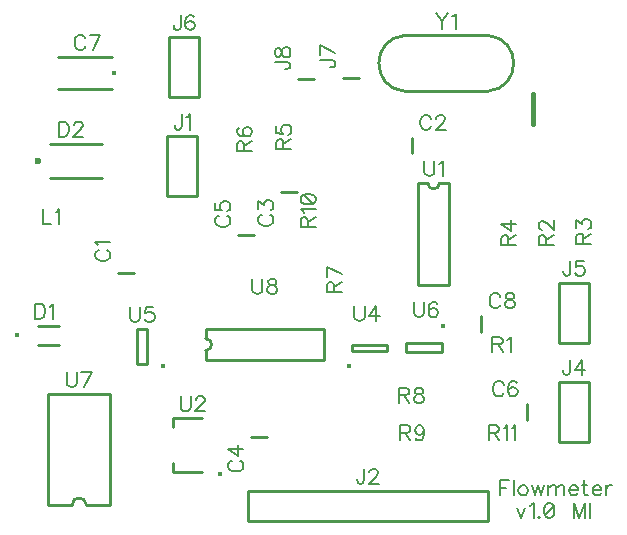
<source format=gbr>
G04 DipTrace 3.2.0.1*
G04 TopSilk.gbr*
%MOIN*%
G04 #@! TF.FileFunction,Legend,Top*
G04 #@! TF.Part,Single*
%ADD10C,0.009843*%
%ADD17C,0.015743*%
%ADD19C,0.015746*%
%ADD21C,0.023631*%
%ADD28C,0.01542*%
%ADD30C,0.015404*%
%ADD32C,0.015395*%
%ADD34C,0.015401*%
%ADD76C,0.00772*%
%ADD77C,0.015439*%
%FSLAX26Y26*%
G04*
G70*
G90*
G75*
G01*
G04 TopSilk*
%LPD*%
X856726Y1307115D2*
D10*
X805584D1*
X1783441Y1704114D2*
Y1755256D1*
X1349277Y1577315D2*
X1400419D1*
X1249287Y758651D2*
X1300429D1*
X1256684Y1432102D2*
X1205542D1*
X2166129Y867849D2*
Y816707D1*
D17*
X792102Y1973409D3*
X783681Y2026283D2*
D10*
X603675D1*
X783681Y1920535D2*
X603675D1*
X2014667Y1110427D2*
Y1161568D1*
X537677Y1130000D2*
X608556D1*
X537677Y1067005D2*
X608556D1*
D19*
X468787Y1098503D3*
X577589Y1736779D2*
D10*
X750804D1*
X577589Y1622604D2*
X750804D1*
D21*
X538220Y1679686D3*
X1068635Y1760948D2*
D10*
X968635D1*
X1068635Y1560948D2*
Y1760948D1*
Y1560948D2*
X968635D1*
Y1760948D1*
X1237357Y579811D2*
X2037357D1*
X1237357Y479811D2*
Y579811D1*
Y479811D2*
X2037357D1*
Y579811D1*
X2374748Y942283D2*
X2274748D1*
X2374748Y742283D2*
Y942283D1*
Y742283D2*
X2274748D1*
Y942283D1*
Y1073488D2*
X2374748D1*
X2274748Y1273488D2*
Y1073488D1*
Y1273488D2*
X2374748D1*
Y1073488D1*
X1074885Y2092163D2*
X974885D1*
X1074885Y1892163D2*
Y2092163D1*
Y1892163D2*
X974885D1*
Y2092163D1*
X1606647Y1957047D2*
X1555505D1*
X1456663Y1950798D2*
X1405521D1*
X1805062Y1605370D2*
Y1266777D1*
X1907439Y1605370D2*
Y1266777D1*
X1805062D2*
X1907439D1*
X1805062Y1605370D2*
X1836556D1*
X1875945D2*
X1907439D1*
X1836556D2*
G03X1875945Y1605370I19694J-12D01*
G01*
X1085491Y644018D2*
X987085D1*
Y673558D1*
Y791643D2*
Y821184D1*
X1085491D1*
D28*
X1144121Y634921D3*
D30*
X1575225Y996302D3*
X1584425Y1046443D2*
D10*
X1702530D1*
Y1066129D1*
X1584425D1*
Y1046443D1*
D32*
X954019Y996595D3*
X899954Y1001858D2*
D10*
Y1119966D1*
X868463Y1001858D2*
Y1119966D1*
X899954D2*
X868463D1*
X899954Y1001858D2*
X868463D1*
D34*
X1889210Y1127625D3*
X1883948Y1073560D2*
D10*
X1765840D1*
X1883948Y1042069D2*
X1765840D1*
Y1073560D2*
Y1042069D1*
X1883948Y1073560D2*
Y1042069D1*
X777272Y902341D2*
X572539D1*
X777272Y532262D2*
Y902341D1*
X572539Y532262D2*
Y902341D1*
X777272Y532262D2*
X698531D1*
X572539D2*
X651280D1*
X698531D2*
G03X651280Y532262I-23626J-15D01*
G01*
X1096866Y1016185D2*
X1490535D1*
X1096866Y1118561D2*
X1490535D1*
Y1016185D2*
Y1118561D1*
X1096866Y1016185D2*
Y1047678D1*
Y1087067D2*
Y1118561D1*
Y1047678D2*
G03X1096866Y1087067I-11J19694D01*
G01*
X2038197Y2097530D2*
X1758869D1*
X2038197Y1911782D2*
X1758869D1*
X2038197D2*
G03X2038197Y2097530I-8216J92874D01*
G01*
X1758869D2*
G03X1758869Y1911782I8216J-92874D01*
G01*
X740342Y1382211D2*
D76*
X735589Y1379834D1*
X730781Y1375026D1*
X728404Y1370273D1*
Y1360711D1*
X730781Y1355903D1*
X735589Y1351149D1*
X740342Y1348718D1*
X747527Y1346341D1*
X759521D1*
X766651Y1348718D1*
X771459Y1351149D1*
X776212Y1355903D1*
X778644Y1360711D1*
Y1370273D1*
X776212Y1375026D1*
X771459Y1379834D1*
X766651Y1382211D1*
X738021Y1397650D2*
X735589Y1402458D1*
X728460Y1409644D1*
X778644Y1409643D1*
X1847786Y1820497D2*
X1845410Y1825251D1*
X1840601Y1830059D1*
X1835848Y1832436D1*
X1826286D1*
X1821478Y1830059D1*
X1816725Y1825251D1*
X1814293Y1820497D1*
X1811916Y1813312D1*
Y1801319D1*
X1814293Y1794189D1*
X1816725Y1789381D1*
X1821478Y1784628D1*
X1826286Y1782196D1*
X1835848D1*
X1840601Y1784628D1*
X1845410Y1789381D1*
X1847786Y1794189D1*
X1865657Y1820442D2*
Y1822819D1*
X1868034Y1827627D1*
X1870411Y1830004D1*
X1875219Y1832380D1*
X1884781D1*
X1889534Y1830004D1*
X1891910Y1827627D1*
X1894342Y1822819D1*
Y1818066D1*
X1891910Y1813257D1*
X1887157Y1806127D1*
X1863226Y1782196D1*
X1896719D1*
X1284035Y1499907D2*
X1279282Y1497531D1*
X1274474Y1492722D1*
X1272097Y1487969D1*
Y1478407D1*
X1274474Y1473599D1*
X1279282Y1468846D1*
X1284035Y1466414D1*
X1291220Y1464037D1*
X1303214D1*
X1310344Y1466414D1*
X1315152Y1468846D1*
X1319905Y1473599D1*
X1322337Y1478407D1*
Y1487969D1*
X1319905Y1492722D1*
X1315152Y1497530D1*
X1310344Y1499907D1*
X1272152Y1520155D2*
Y1546408D1*
X1291276Y1532093D1*
Y1539278D1*
X1293652Y1544031D1*
X1296029Y1546408D1*
X1303214Y1548840D1*
X1307967D1*
X1315152Y1546408D1*
X1319961Y1541655D1*
X1322337Y1534470D1*
Y1527284D1*
X1319961Y1520155D1*
X1317529Y1517778D1*
X1312776Y1515346D1*
X1184046Y680055D2*
X1179293Y677678D1*
X1174484Y672870D1*
X1172108Y668117D1*
Y658555D1*
X1174484Y653746D1*
X1179293Y648993D1*
X1184046Y646561D1*
X1191231Y644185D1*
X1203224D1*
X1210354Y646561D1*
X1215163Y648993D1*
X1219916Y653746D1*
X1222348Y658555D1*
Y668116D1*
X1219916Y672870D1*
X1215163Y677678D1*
X1210354Y680055D1*
X1222348Y719426D2*
X1172163D1*
X1205601Y695494D1*
Y731364D1*
X1140301Y1496448D2*
X1135547Y1494071D1*
X1130739Y1489263D1*
X1128362Y1484510D1*
Y1474948D1*
X1130739Y1470140D1*
X1135547Y1465386D1*
X1140300Y1462954D1*
X1147485Y1460578D1*
X1159479D1*
X1166609Y1462954D1*
X1171417Y1465386D1*
X1176170Y1470139D1*
X1178602Y1474948D1*
Y1484510D1*
X1176170Y1489263D1*
X1171417Y1494071D1*
X1166609Y1496448D1*
X1128418Y1540572D2*
Y1516695D1*
X1149917Y1514319D1*
X1147541Y1516695D1*
X1145109Y1523880D1*
Y1531010D1*
X1147541Y1538195D1*
X1152294Y1543004D1*
X1159479Y1545380D1*
X1164232D1*
X1171417Y1543004D1*
X1176226Y1538195D1*
X1178602Y1531010D1*
Y1523880D1*
X1176226Y1516695D1*
X1173794Y1514319D1*
X1169041Y1511887D1*
X2089937Y933091D2*
X2087560Y937844D1*
X2082752Y942652D1*
X2077998Y945029D1*
X2068437D1*
X2063628Y942652D1*
X2058875Y937844D1*
X2056443Y933091D1*
X2054067Y925906D1*
Y913912D1*
X2056443Y906782D1*
X2058875Y901974D1*
X2063628Y897221D1*
X2068437Y894789D1*
X2077998D1*
X2082752Y897221D1*
X2087560Y901974D1*
X2089937Y906782D1*
X2134061Y937844D2*
X2131684Y942597D1*
X2124499Y944974D1*
X2119746D1*
X2112561Y942597D1*
X2107752Y935412D1*
X2105376Y923474D1*
Y911536D1*
X2107752Y901974D1*
X2112561Y897165D1*
X2119746Y894789D1*
X2122122D1*
X2129252Y897165D1*
X2134061Y901974D1*
X2136437Y909159D1*
Y911536D1*
X2134061Y918721D1*
X2129252Y923474D1*
X2122122Y925850D1*
X2119746D1*
X2112561Y923474D1*
X2107752Y918721D1*
X2105376Y911536D1*
X695293Y2087568D2*
X692916Y2092322D1*
X688108Y2097130D1*
X683355Y2099507D1*
X673793D1*
X668985Y2097130D1*
X664231Y2092322D1*
X661799Y2087568D1*
X659423Y2080383D1*
Y2068390D1*
X661799Y2061260D1*
X664231Y2056452D1*
X668985Y2051698D1*
X673793Y2049267D1*
X683355D1*
X688108Y2051698D1*
X692916Y2056452D1*
X695293Y2061260D1*
X720294Y2049267D2*
X744225Y2099451D1*
X710732D1*
X2079040Y1226810D2*
X2076663Y1231563D1*
X2071855Y1236371D1*
X2067101Y1238748D1*
X2057540D1*
X2052731Y1236371D1*
X2047978Y1231563D1*
X2045546Y1226810D1*
X2043170Y1219625D1*
Y1207631D1*
X2045546Y1200501D1*
X2047978Y1195693D1*
X2052731Y1190940D1*
X2057540Y1188508D1*
X2067101D1*
X2071855Y1190940D1*
X2076663Y1195693D1*
X2079040Y1200501D1*
X2106417Y1238693D2*
X2099287Y1236316D1*
X2096855Y1231563D1*
Y1226755D1*
X2099287Y1222001D1*
X2104040Y1219569D1*
X2113602Y1217193D1*
X2120787Y1214816D1*
X2125540Y1210008D1*
X2127917Y1205255D1*
Y1198070D1*
X2125540Y1193316D1*
X2123164Y1190885D1*
X2115979Y1188508D1*
X2106417D1*
X2099287Y1190885D1*
X2096855Y1193316D1*
X2094479Y1198070D1*
Y1205255D1*
X2096855Y1210008D1*
X2101664Y1214816D1*
X2108794Y1217193D1*
X2118355Y1219569D1*
X2123164Y1222001D1*
X2125540Y1226755D1*
Y1231563D1*
X2123164Y1236316D1*
X2115979Y1238693D1*
X2106417D1*
X527891Y1203223D2*
Y1152983D1*
X544638D1*
X551823Y1155415D1*
X556631Y1160168D1*
X559008Y1164977D1*
X561385Y1172106D1*
Y1184100D1*
X559008Y1191285D1*
X556631Y1196038D1*
X551823Y1200846D1*
X544638Y1203223D1*
X527891D1*
X576824Y1193606D2*
X581632Y1196038D1*
X588817Y1203168D1*
Y1152983D1*
X606253Y1810002D2*
Y1759762D1*
X623000D1*
X630185Y1762194D1*
X634993Y1766947D1*
X637370Y1771755D1*
X639746Y1778885D1*
Y1790879D1*
X637370Y1798064D1*
X634993Y1802817D1*
X630185Y1807625D1*
X623000Y1810002D1*
X606253D1*
X657617Y1798008D2*
Y1800385D1*
X659994Y1805193D1*
X662371Y1807570D1*
X667179Y1809947D1*
X676741D1*
X681494Y1807570D1*
X683870Y1805193D1*
X686302Y1800385D1*
Y1795632D1*
X683870Y1790823D1*
X679117Y1783694D1*
X655186Y1759762D1*
X688679D1*
X1016885Y1834171D2*
Y1795924D1*
X1014508Y1788739D1*
X1012076Y1786362D1*
X1007323Y1783931D1*
X1002515D1*
X997761Y1786362D1*
X995385Y1788739D1*
X992953Y1795924D1*
Y1800677D1*
X1032324Y1824554D2*
X1037132Y1826986D1*
X1044317Y1834115D1*
Y1783931D1*
X1624857Y653034D2*
Y614788D1*
X1622480Y607603D1*
X1620048Y605226D1*
X1615295Y602794D1*
X1610486D1*
X1605733Y605226D1*
X1603357Y607603D1*
X1600925Y614788D1*
Y619541D1*
X1642728Y641041D2*
Y643417D1*
X1645104Y648226D1*
X1647481Y650602D1*
X1652289Y652979D1*
X1661851D1*
X1666604Y650602D1*
X1668981Y648226D1*
X1671413Y643417D1*
Y638664D1*
X1668981Y633856D1*
X1664227Y626726D1*
X1640296Y602794D1*
X1673789D1*
X2311059Y1015507D2*
Y977260D1*
X2308683Y970075D1*
X2306251Y967698D1*
X2301498Y965267D1*
X2296689D1*
X2291936Y967698D1*
X2289559Y970075D1*
X2287128Y977260D1*
Y982013D1*
X2350430Y965267D2*
Y1015451D1*
X2326499Y982013D1*
X2362368D1*
X2312248Y1346711D2*
Y1308465D1*
X2309871Y1301280D1*
X2307439Y1298903D1*
X2302686Y1296471D1*
X2297878D1*
X2293124Y1298903D1*
X2290748Y1301280D1*
X2288316Y1308465D1*
Y1313218D1*
X2356372Y1346656D2*
X2332495D1*
X2330119Y1325156D1*
X2332495Y1327533D1*
X2339680Y1329965D1*
X2346810D1*
X2353995Y1327533D1*
X2358804Y1322780D1*
X2361180Y1315595D1*
Y1310841D1*
X2358804Y1303656D1*
X2353995Y1298848D1*
X2346810Y1296471D1*
X2339680D1*
X2332495Y1298848D1*
X2330119Y1301280D1*
X2327687Y1306033D1*
X1013600Y2165386D2*
Y2127139D1*
X1011223Y2119954D1*
X1008792Y2117578D1*
X1004038Y2115146D1*
X999230D1*
X994477Y2117578D1*
X992100Y2119954D1*
X989668Y2127139D1*
Y2131892D1*
X1057724Y2158201D2*
X1055348Y2162954D1*
X1048163Y2165331D1*
X1043409D1*
X1036224Y2162954D1*
X1031416Y2155769D1*
X1029039Y2143831D1*
Y2131892D1*
X1031416Y2122331D1*
X1036224Y2117522D1*
X1043409Y2115146D1*
X1045786D1*
X1052916Y2117522D1*
X1057724Y2122331D1*
X1060101Y2129516D1*
Y2131892D1*
X1057724Y2139078D1*
X1052916Y2143831D1*
X1045786Y2146207D1*
X1043409D1*
X1036224Y2143831D1*
X1031416Y2139078D1*
X1029039Y2131892D1*
X1478326Y2015424D2*
X1516572D1*
X1523757Y2013047D1*
X1526134Y2010615D1*
X1528566Y2005862D1*
Y2001053D1*
X1526134Y1996300D1*
X1523757Y1993924D1*
X1516572Y1991492D1*
X1511819D1*
X1528566Y2040424D2*
X1478381Y2064356D1*
Y2030863D1*
X1328341Y2009202D2*
X1366588D1*
X1373773Y2006825D1*
X1376149Y2004393D1*
X1378581Y1999640D1*
Y1994832D1*
X1376149Y1990079D1*
X1373773Y1987702D1*
X1366588Y1985270D1*
X1361835D1*
X1328397Y2036579D2*
X1330773Y2029450D1*
X1335526Y2027018D1*
X1340335D1*
X1345088Y2029450D1*
X1347520Y2034203D1*
X1349896Y2043764D1*
X1352273Y2050949D1*
X1357081Y2055702D1*
X1361835Y2058079D1*
X1369020D1*
X1373773Y2055702D1*
X1376205Y2053326D1*
X1378581Y2046141D1*
Y2036579D1*
X1376205Y2029449D1*
X1373773Y2027018D1*
X1369020Y2024641D1*
X1361835D1*
X1357081Y2027018D1*
X1352273Y2031826D1*
X1349896Y2038956D1*
X1347520Y2048517D1*
X1345088Y2053326D1*
X1340335Y2055703D1*
X1335526D1*
X1330773Y2053326D1*
X1328397Y2046141D1*
Y2036579D1*
X553122Y1517656D2*
Y1467416D1*
X581807D1*
X597246Y1508039D2*
X602055Y1510471D1*
X609240Y1517601D1*
Y1467416D1*
X2052684Y1067394D2*
X2074184D1*
X2081369Y1069826D1*
X2083801Y1072202D1*
X2086177Y1076955D1*
Y1081764D1*
X2083801Y1086517D1*
X2081369Y1088949D1*
X2074184Y1091325D1*
X2052684D1*
Y1041085D1*
X2069431Y1067394D2*
X2086177Y1041085D1*
X2101617Y1081709D2*
X2106425Y1084140D1*
X2113610Y1091270D1*
Y1041085D1*
X2230774Y1398785D2*
Y1420284D1*
X2228342Y1427469D1*
X2225966Y1429901D1*
X2221213Y1432278D1*
X2216404D1*
X2211651Y1429901D1*
X2209219Y1427469D1*
X2206843Y1420284D1*
Y1398785D1*
X2257083D1*
X2230774Y1415531D2*
X2257083Y1432278D1*
X2218836Y1450149D2*
X2216460D1*
X2211651Y1452526D1*
X2209274Y1454902D1*
X2206898Y1459711D1*
Y1469272D1*
X2209274Y1474025D1*
X2211651Y1476402D1*
X2216460Y1478834D1*
X2221213D1*
X2226021Y1476402D1*
X2233151Y1471649D1*
X2257083Y1447717D1*
Y1481210D1*
X2355761Y1403220D2*
Y1424720D1*
X2353329Y1431905D1*
X2350953Y1434337D1*
X2346200Y1436714D1*
X2341391D1*
X2336638Y1434337D1*
X2334206Y1431905D1*
X2331829Y1424720D1*
Y1403220D1*
X2382069D1*
X2355761Y1419967D2*
X2382069Y1436713D1*
X2331885Y1456961D2*
Y1483214D1*
X2351008Y1468899D1*
Y1476084D1*
X2353385Y1480838D1*
X2355761Y1483214D1*
X2362946Y1485646D1*
X2367699D1*
X2374884Y1483214D1*
X2379693Y1478461D1*
X2382069Y1471276D1*
Y1464091D1*
X2379693Y1456961D1*
X2377261Y1454585D1*
X2372508Y1452153D1*
X2105787Y1397596D2*
Y1419096D1*
X2103356Y1426281D1*
X2100979Y1428713D1*
X2096226Y1431090D1*
X2091417D1*
X2086664Y1428713D1*
X2084232Y1426281D1*
X2081856Y1419096D1*
Y1397596D1*
X2132096D1*
X2105787Y1414343D2*
X2132096Y1431089D1*
Y1470460D2*
X2081911D1*
X2115349Y1446529D1*
Y1482399D1*
X1355866Y1717501D2*
Y1739001D1*
X1353434Y1746186D1*
X1351058Y1748618D1*
X1346305Y1750994D1*
X1341496D1*
X1336743Y1748618D1*
X1334311Y1746186D1*
X1331934Y1739001D1*
Y1717501D1*
X1382174D1*
X1355866Y1734248D2*
X1382174Y1750994D1*
X1331990Y1795118D2*
Y1771242D1*
X1353490Y1768865D1*
X1351113Y1771242D1*
X1348681Y1778427D1*
Y1785557D1*
X1351113Y1792742D1*
X1355866Y1797550D1*
X1363051Y1799927D1*
X1367804D1*
X1374989Y1797550D1*
X1379798Y1792742D1*
X1382174Y1785557D1*
Y1778427D1*
X1379798Y1771242D1*
X1377366Y1768865D1*
X1372613Y1766434D1*
X1224630Y1712468D2*
Y1733967D1*
X1222198Y1741153D1*
X1219822Y1743584D1*
X1215068Y1745961D1*
X1210260D1*
X1205507Y1743584D1*
X1203075Y1741153D1*
X1200698Y1733968D1*
Y1712468D1*
X1250938D1*
X1224630Y1729214D2*
X1250938Y1745961D1*
X1207883Y1790085D2*
X1203130Y1787708D1*
X1200754Y1780523D1*
Y1775770D1*
X1203130Y1768585D1*
X1210315Y1763777D1*
X1222253Y1761400D1*
X1234192D1*
X1243753Y1763777D1*
X1248562Y1768585D1*
X1250938Y1775770D1*
Y1778147D1*
X1248562Y1785277D1*
X1243753Y1790085D1*
X1236568Y1792462D1*
X1234192D1*
X1227007Y1790085D1*
X1222253Y1785277D1*
X1219877Y1778147D1*
Y1775770D1*
X1222253Y1768585D1*
X1227007Y1763777D1*
X1234192Y1761400D1*
X1524598Y1242551D2*
Y1264051D1*
X1522167Y1271236D1*
X1519790Y1273668D1*
X1515037Y1276044D1*
X1510228D1*
X1505475Y1273668D1*
X1503043Y1271236D1*
X1500667Y1264051D1*
Y1242551D1*
X1550907D1*
X1524598Y1259298D2*
X1550907Y1276044D1*
Y1301045D2*
X1500722Y1324977D1*
Y1291483D1*
X1742088Y898756D2*
X1763587D1*
X1770773Y901188D1*
X1773204Y903564D1*
X1775581Y908318D1*
Y913126D1*
X1773204Y917879D1*
X1770773Y920311D1*
X1763587Y922688D1*
X1742088D1*
Y872448D1*
X1758834Y898756D2*
X1775581Y872448D1*
X1802958Y922632D2*
X1795829Y920256D1*
X1793397Y915503D1*
Y910694D1*
X1795829Y905941D1*
X1800582Y903509D1*
X1810143Y901133D1*
X1817329Y898756D1*
X1822082Y893947D1*
X1824458Y889194D1*
Y882009D1*
X1822082Y877256D1*
X1819705Y874824D1*
X1812520Y872448D1*
X1802958D1*
X1795829Y874824D1*
X1793397Y877256D1*
X1791020Y882009D1*
Y889194D1*
X1793397Y893947D1*
X1798205Y898756D1*
X1805335Y901133D1*
X1814897Y903509D1*
X1819705Y905941D1*
X1822082Y910694D1*
Y915503D1*
X1819705Y920256D1*
X1812520Y922632D1*
X1802958D1*
X1745062Y773769D2*
X1766562D1*
X1773747Y776201D1*
X1776179Y778578D1*
X1778555Y783331D1*
Y788139D1*
X1776179Y792892D1*
X1773747Y795324D1*
X1766562Y797701D1*
X1745062D1*
Y747461D1*
X1761809Y773769D2*
X1778555Y747461D1*
X1825111Y780954D2*
X1822679Y773769D1*
X1817926Y768961D1*
X1810741Y766584D1*
X1808365D1*
X1801180Y768961D1*
X1796426Y773769D1*
X1793995Y780954D1*
Y783331D1*
X1796426Y790516D1*
X1801180Y795269D1*
X1808365Y797645D1*
X1810741D1*
X1817926Y795269D1*
X1822679Y790516D1*
X1825111Y780954D1*
Y768961D1*
X1822679Y757022D1*
X1817926Y749837D1*
X1810741Y747461D1*
X1805988D1*
X1798803Y749837D1*
X1796426Y754646D1*
X1437108Y1458247D2*
Y1479746D1*
X1434676Y1486932D1*
X1432299Y1489363D1*
X1427546Y1491740D1*
X1422738D1*
X1417984Y1489363D1*
X1415553Y1486932D1*
X1413176Y1479746D1*
Y1458247D1*
X1463416D1*
X1437108Y1474993D2*
X1463416Y1491740D1*
X1422793Y1507179D2*
X1420361Y1511988D1*
X1413231Y1519173D1*
X1463416D1*
X1413231Y1548982D2*
X1415608Y1541797D1*
X1422793Y1536988D1*
X1434731Y1534612D1*
X1441916D1*
X1453854Y1536988D1*
X1461039Y1541797D1*
X1463416Y1548982D1*
Y1553735D1*
X1461039Y1560920D1*
X1453854Y1565673D1*
X1441916Y1568105D1*
X1434731D1*
X1422793Y1565673D1*
X1415608Y1560920D1*
X1413231Y1553735D1*
Y1548982D1*
X1422793Y1565673D2*
X1453854Y1536988D1*
X2040876Y773769D2*
X2062376D1*
X2069561Y776201D1*
X2071992Y778578D1*
X2074369Y783331D1*
Y788139D1*
X2071992Y792892D1*
X2069561Y795324D1*
X2062376Y797701D1*
X2040876D1*
Y747461D1*
X2057622Y773769D2*
X2074369Y747461D1*
X2089808Y788084D2*
X2094617Y790516D1*
X2101802Y797645D1*
Y747461D1*
X2117241Y788084D2*
X2122049Y790516D1*
X2129235Y797645D1*
Y747461D1*
X1825788Y1678593D2*
Y1642723D1*
X1828164Y1635538D1*
X1832973Y1630785D1*
X1840158Y1628353D1*
X1844911D1*
X1852096Y1630785D1*
X1856904Y1635538D1*
X1859281Y1642723D1*
Y1678593D1*
X1874720Y1668976D2*
X1879529Y1671408D1*
X1886714Y1678538D1*
Y1628353D1*
X1012795Y894407D2*
Y858537D1*
X1015172Y851352D1*
X1019980Y846599D1*
X1027165Y844167D1*
X1031918D1*
X1039103Y846599D1*
X1043912Y851352D1*
X1046288Y858537D1*
Y894407D1*
X1064159Y882413D2*
Y884790D1*
X1066536Y889598D1*
X1068913Y891975D1*
X1073721Y894352D1*
X1083283D1*
X1088036Y891975D1*
X1090412Y889598D1*
X1092844Y884790D1*
Y880037D1*
X1090412Y875228D1*
X1085659Y868099D1*
X1061727Y844167D1*
X1095221D1*
X1592625Y1195454D2*
Y1159584D1*
X1595002Y1152399D1*
X1599810Y1147646D1*
X1606995Y1145214D1*
X1611748D1*
X1618933Y1147646D1*
X1623742Y1152399D1*
X1626118Y1159584D1*
Y1195454D1*
X1665489Y1145214D2*
Y1195399D1*
X1641558Y1161961D1*
X1677428D1*
X844366Y1193189D2*
Y1157319D1*
X846742Y1150134D1*
X851551Y1145381D1*
X858736Y1142949D1*
X863489D1*
X870674Y1145381D1*
X875483Y1150134D1*
X877859Y1157319D1*
Y1193189D1*
X921983Y1193134D2*
X898107D1*
X895730Y1171634D1*
X898107Y1174010D1*
X905292Y1176442D1*
X912422D1*
X919607Y1174010D1*
X924415Y1169257D1*
X926792Y1162072D1*
Y1157319D1*
X924415Y1150134D1*
X919607Y1145326D1*
X912422Y1142949D1*
X905292D1*
X898107Y1145326D1*
X895730Y1147757D1*
X893298Y1152511D1*
X1791378Y1208546D2*
Y1172676D1*
X1793755Y1165491D1*
X1798563Y1160738D1*
X1805748Y1158306D1*
X1810502D1*
X1817687Y1160738D1*
X1822495Y1165491D1*
X1824872Y1172676D1*
Y1208546D1*
X1868996Y1201361D2*
X1866619Y1206114D1*
X1859434Y1208491D1*
X1854681D1*
X1847496Y1206114D1*
X1842687Y1198929D1*
X1840311Y1186991D1*
Y1175053D1*
X1842687Y1165491D1*
X1847496Y1160682D1*
X1854681Y1158306D1*
X1857058D1*
X1864187Y1160682D1*
X1868996Y1165491D1*
X1871372Y1172676D1*
Y1175053D1*
X1868996Y1182238D1*
X1864187Y1186991D1*
X1857058Y1189367D1*
X1854681D1*
X1847496Y1186991D1*
X1842687Y1182238D1*
X1840311Y1175053D1*
X633693Y975564D2*
Y939694D1*
X636069Y932509D1*
X640878Y927756D1*
X648063Y925324D1*
X652816D1*
X660001Y927756D1*
X664809Y932509D1*
X667186Y939694D1*
Y975564D1*
X692187Y925324D2*
X716118Y975509D1*
X682625D1*
X1252515Y1286265D2*
Y1250395D1*
X1254892Y1243210D1*
X1259701Y1238457D1*
X1266886Y1236025D1*
X1271639D1*
X1278824Y1238457D1*
X1283632Y1243210D1*
X1286009Y1250395D1*
Y1286265D1*
X1313386Y1286210D2*
X1306256Y1283833D1*
X1303825Y1279080D1*
Y1274272D1*
X1306256Y1269518D1*
X1311010Y1267087D1*
X1320571Y1264710D1*
X1327756Y1262333D1*
X1332510Y1257525D1*
X1334886Y1252772D1*
Y1245587D1*
X1332510Y1240834D1*
X1330133Y1238402D1*
X1322948Y1236025D1*
X1313386D1*
X1306256Y1238402D1*
X1303825Y1240834D1*
X1301448Y1245587D1*
Y1252772D1*
X1303825Y1257525D1*
X1308633Y1262333D1*
X1315763Y1264710D1*
X1325324Y1267087D1*
X1330133Y1269518D1*
X1332510Y1274272D1*
Y1279080D1*
X1330133Y1283833D1*
X1322948Y1286210D1*
X1313386D1*
X1865693Y2170753D2*
X1884816Y2146822D1*
Y2120513D1*
X1903940Y2170753D2*
X1884816Y2146822D1*
X1919379Y2161136D2*
X1924187Y2163568D1*
X1931372Y2170698D1*
Y2120513D1*
X2187263Y1903466D2*
D77*
Y1802986D1*
X2108281Y614312D2*
D76*
X2077164D1*
Y564072D1*
Y590380D2*
X2096288D1*
X2123720Y614312D2*
Y564072D1*
X2151098Y597565D2*
X2146345Y595188D1*
X2141536Y590380D1*
X2139160Y583195D1*
Y578442D1*
X2141536Y571257D1*
X2146345Y566504D1*
X2151098Y564072D1*
X2158283D1*
X2163091Y566504D1*
X2167844Y571257D1*
X2170276Y578442D1*
Y583195D1*
X2167844Y590380D1*
X2163091Y595188D1*
X2158283Y597565D1*
X2151098D1*
X2185716D2*
X2195277Y564072D1*
X2204839Y597565D1*
X2214400Y564072D1*
X2223962Y597565D1*
X2239401D2*
Y564072D1*
Y588003D2*
X2246586Y595188D1*
X2251395Y597565D1*
X2258525D1*
X2263333Y595188D1*
X2265710Y588003D1*
Y564072D1*
Y588003D2*
X2272895Y595188D1*
X2277703Y597565D1*
X2284833D1*
X2289641Y595188D1*
X2292073Y588003D1*
Y564072D1*
X2307512Y583195D2*
X2336197D1*
Y588003D1*
X2333821Y592812D1*
X2331444Y595188D1*
X2326636Y597565D1*
X2319451D1*
X2314697Y595188D1*
X2309889Y590380D1*
X2307512Y583195D1*
Y578442D1*
X2309889Y571257D1*
X2314697Y566504D1*
X2319451Y564072D1*
X2326636D1*
X2331444Y566504D1*
X2336197Y571257D1*
X2358822Y614312D2*
Y573633D1*
X2361198Y566504D1*
X2366007Y564072D1*
X2370760D1*
X2351637Y597565D2*
X2368383D1*
X2386199Y583195D2*
X2414884D1*
Y588003D1*
X2412507Y592812D1*
X2410131Y595188D1*
X2405322Y597565D1*
X2398137D1*
X2393384Y595188D1*
X2388576Y590380D1*
X2386199Y583195D1*
Y578442D1*
X2388576Y571257D1*
X2393384Y566504D1*
X2398137Y564072D1*
X2405322D1*
X2410131Y566504D1*
X2414884Y571257D1*
X2430323Y597565D2*
Y564072D1*
Y583195D2*
X2432755Y590380D1*
X2437508Y595188D1*
X2442317Y597565D1*
X2449502D1*
X2133408Y522573D2*
X2147778Y489080D1*
X2162093Y522573D1*
X2177533Y529703D2*
X2182341Y532134D1*
X2189526Y539264D1*
Y489080D1*
X2207342Y493888D2*
X2204965Y491456D1*
X2207342Y489080D1*
X2209774Y491456D1*
X2207342Y493888D1*
X2239583Y539264D2*
X2232398Y536888D1*
X2227590Y529703D1*
X2225213Y517764D1*
Y510579D1*
X2227590Y498641D1*
X2232398Y491456D1*
X2239583Y489080D1*
X2244336D1*
X2251521Y491456D1*
X2256274Y498641D1*
X2258706Y510579D1*
Y517764D1*
X2256274Y529703D1*
X2251521Y536888D1*
X2244336Y539264D1*
X2239583D1*
X2256274Y529703D2*
X2227590Y498641D1*
X2360993Y489080D2*
Y539320D1*
X2341870Y489080D1*
X2322746Y539320D1*
Y489080D1*
X2376432Y539320D2*
Y489080D1*
M02*

</source>
